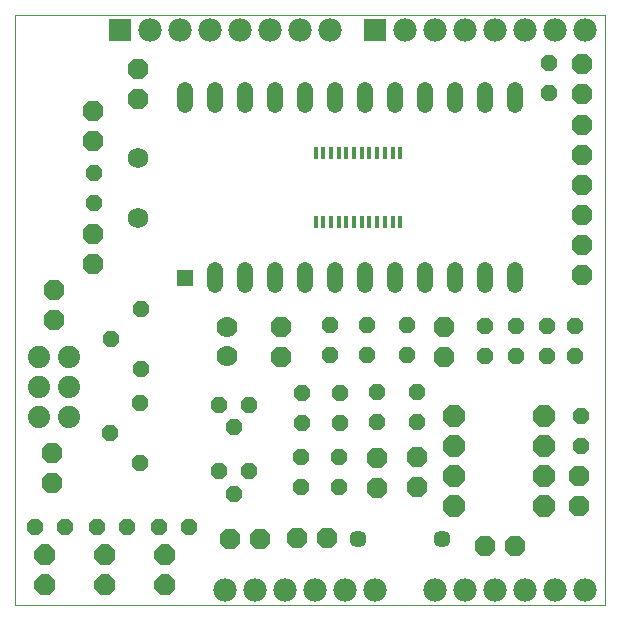
<source format=gts>
G75*
G70*
%OFA0B0*%
%FSLAX24Y24*%
%IPPOS*%
%LPD*%
%AMOC8*
5,1,8,0,0,1.08239X$1,22.5*
%
%ADD10C,0.0000*%
%ADD11OC8,0.0520*%
%ADD12C,0.0690*%
%ADD13OC8,0.0670*%
%ADD14OC8,0.0700*%
%ADD15R,0.0160X0.0430*%
%ADD16C,0.0740*%
%ADD17C,0.0700*%
%ADD18C,0.0571*%
%ADD19OC8,0.0720*%
%ADD20R,0.0780X0.0780*%
%ADD21C,0.0780*%
%ADD22R,0.0520X0.0520*%
%ADD23C,0.0520*%
D10*
X000750Y004151D02*
X000750Y023836D01*
X020435Y023836D01*
X020435Y004151D01*
X000750Y004151D01*
D11*
X001410Y006751D03*
X002410Y006751D03*
X003490Y006751D03*
X004490Y006751D03*
X005570Y006751D03*
X006570Y006751D03*
X008070Y007871D03*
X007570Y008621D03*
X008570Y008621D03*
X008060Y010091D03*
X007560Y010841D03*
X008560Y010841D03*
X010330Y011231D03*
X010330Y010231D03*
X010290Y009091D03*
X010290Y008091D03*
X011550Y008091D03*
X011550Y009091D03*
X011590Y010231D03*
X011590Y011231D03*
X012830Y011251D03*
X012830Y010251D03*
X014170Y010251D03*
X014170Y011251D03*
X013810Y012491D03*
X013810Y013491D03*
X012490Y013491D03*
X012490Y012491D03*
X011250Y012491D03*
X011250Y013491D03*
X016430Y013451D03*
X016430Y012451D03*
X017470Y012451D03*
X017470Y013451D03*
X018490Y013451D03*
X019440Y013451D03*
X019440Y012451D03*
X018490Y012451D03*
X019610Y010451D03*
X019610Y009451D03*
X018550Y021231D03*
X018550Y022231D03*
X004950Y014021D03*
X003950Y013021D03*
X004950Y012021D03*
X004930Y010881D03*
X003930Y009881D03*
X004930Y008881D03*
X003380Y017571D03*
X003380Y018571D03*
D12*
X004870Y019071D03*
X004870Y017071D03*
D13*
X003360Y016531D03*
X003360Y015531D03*
X002070Y014671D03*
X002070Y013671D03*
X001990Y009231D03*
X001990Y008231D03*
X007910Y006351D03*
X008910Y006351D03*
X010150Y006391D03*
X011150Y006391D03*
X012830Y008071D03*
X012830Y009071D03*
X014170Y009091D03*
X014170Y008091D03*
X016430Y006111D03*
X017430Y006111D03*
X019570Y007451D03*
X019570Y008451D03*
X015070Y012431D03*
X015070Y013431D03*
X019670Y015151D03*
X019670Y016151D03*
X019670Y017151D03*
X019670Y018151D03*
X019670Y019151D03*
X019670Y020151D03*
X019670Y021191D03*
X019670Y022191D03*
X009610Y013411D03*
X009610Y012411D03*
X003370Y019631D03*
X003370Y020631D03*
X004870Y021011D03*
X004870Y022011D03*
D14*
X005750Y005814D03*
X005750Y004814D03*
X003750Y004814D03*
X003750Y005814D03*
X001750Y005837D03*
X001750Y004837D03*
D15*
X010783Y016922D03*
X011038Y016922D03*
X011294Y016922D03*
X011550Y016922D03*
X011806Y016922D03*
X012062Y016922D03*
X012318Y016922D03*
X012574Y016922D03*
X012830Y016922D03*
X013086Y016922D03*
X013342Y016922D03*
X013597Y016922D03*
X013597Y019220D03*
X013342Y019220D03*
X013086Y019220D03*
X012830Y019220D03*
X012574Y019220D03*
X012318Y019220D03*
X012062Y019220D03*
X011806Y019220D03*
X011550Y019220D03*
X011294Y019220D03*
X011038Y019220D03*
X010783Y019220D03*
D16*
X002550Y012411D03*
X002550Y011411D03*
X002550Y010411D03*
X001550Y010411D03*
X001550Y011411D03*
X001550Y012411D03*
D17*
X007810Y012451D03*
X007810Y013411D03*
D18*
X012190Y006351D03*
X014990Y006351D03*
D19*
X015390Y007451D03*
X015390Y008451D03*
X015390Y009451D03*
X015390Y010451D03*
X018390Y010451D03*
X018390Y009451D03*
X018390Y008451D03*
X018390Y007451D03*
D20*
X012750Y023336D03*
X004250Y023336D03*
D21*
X005250Y023336D03*
X006250Y023336D03*
X007250Y023336D03*
X008250Y023336D03*
X009250Y023336D03*
X010250Y023336D03*
X011250Y023336D03*
X013750Y023336D03*
X014750Y023336D03*
X015750Y023336D03*
X016750Y023336D03*
X017750Y023336D03*
X018750Y023336D03*
X019750Y023336D03*
X019750Y004651D03*
X018750Y004651D03*
X017750Y004651D03*
X016750Y004651D03*
X015750Y004651D03*
X014750Y004651D03*
X012750Y004651D03*
X011750Y004651D03*
X010750Y004651D03*
X009750Y004651D03*
X008750Y004651D03*
X007750Y004651D03*
D22*
X006410Y015071D03*
D23*
X007410Y014831D02*
X007410Y015311D01*
X008410Y015311D02*
X008410Y014831D01*
X009410Y014831D02*
X009410Y015311D01*
X010410Y015311D02*
X010410Y014831D01*
X011410Y014831D02*
X011410Y015311D01*
X012410Y015311D02*
X012410Y014831D01*
X013410Y014831D02*
X013410Y015311D01*
X014410Y015311D02*
X014410Y014831D01*
X015410Y014831D02*
X015410Y015311D01*
X016410Y015311D02*
X016410Y014831D01*
X017410Y014831D02*
X017410Y015311D01*
X017410Y020831D02*
X017410Y021311D01*
X016410Y021311D02*
X016410Y020831D01*
X015410Y020831D02*
X015410Y021311D01*
X014410Y021311D02*
X014410Y020831D01*
X013410Y020831D02*
X013410Y021311D01*
X012410Y021311D02*
X012410Y020831D01*
X011410Y020831D02*
X011410Y021311D01*
X010410Y021311D02*
X010410Y020831D01*
X009410Y020831D02*
X009410Y021311D01*
X008410Y021311D02*
X008410Y020831D01*
X007410Y020831D02*
X007410Y021311D01*
X006410Y021311D02*
X006410Y020831D01*
M02*

</source>
